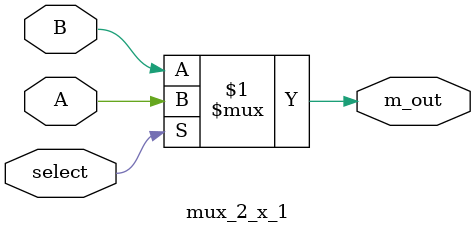
<source format=v>
module mux_2_x_1(input A,B,select, output m_out);
    assign m_out = select ? A:B;       
endmodule
</source>
